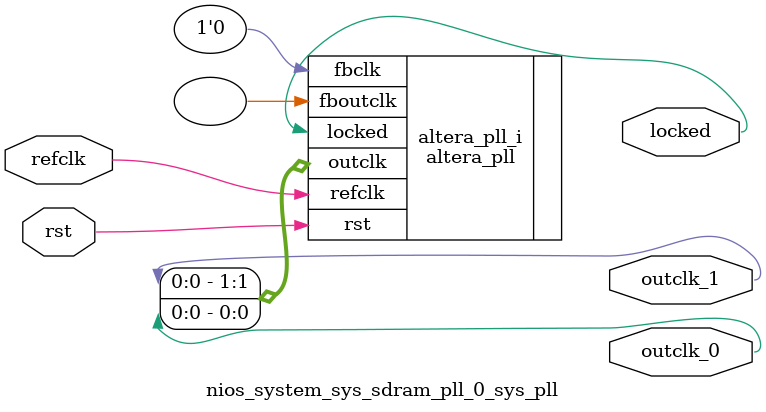
<source format=v>
`timescale 1ns/10ps
module  nios_system_sys_sdram_pll_0_sys_pll(

	// interface 'refclk'
	input wire refclk,

	// interface 'reset'
	input wire rst,

	// interface 'outclk0'
	output wire outclk_0,

	// interface 'outclk1'
	output wire outclk_1,

	// interface 'locked'
	output wire locked
);

	altera_pll #(
		.fractional_vco_multiplier("false"),
		.reference_clock_frequency("50.0 MHz"),
		.operation_mode("direct"),
		.number_of_clocks(2),
		.output_clock_frequency0("50.000000 MHz"),
		.phase_shift0("0 ps"),
		.duty_cycle0(50),
		.output_clock_frequency1("50.000000 MHz"),
		.phase_shift1("-3000 ps"),
		.duty_cycle1(50),
		.output_clock_frequency2("0 MHz"),
		.phase_shift2("0 ps"),
		.duty_cycle2(50),
		.output_clock_frequency3("0 MHz"),
		.phase_shift3("0 ps"),
		.duty_cycle3(50),
		.output_clock_frequency4("0 MHz"),
		.phase_shift4("0 ps"),
		.duty_cycle4(50),
		.output_clock_frequency5("0 MHz"),
		.phase_shift5("0 ps"),
		.duty_cycle5(50),
		.output_clock_frequency6("0 MHz"),
		.phase_shift6("0 ps"),
		.duty_cycle6(50),
		.output_clock_frequency7("0 MHz"),
		.phase_shift7("0 ps"),
		.duty_cycle7(50),
		.output_clock_frequency8("0 MHz"),
		.phase_shift8("0 ps"),
		.duty_cycle8(50),
		.output_clock_frequency9("0 MHz"),
		.phase_shift9("0 ps"),
		.duty_cycle9(50),
		.output_clock_frequency10("0 MHz"),
		.phase_shift10("0 ps"),
		.duty_cycle10(50),
		.output_clock_frequency11("0 MHz"),
		.phase_shift11("0 ps"),
		.duty_cycle11(50),
		.output_clock_frequency12("0 MHz"),
		.phase_shift12("0 ps"),
		.duty_cycle12(50),
		.output_clock_frequency13("0 MHz"),
		.phase_shift13("0 ps"),
		.duty_cycle13(50),
		.output_clock_frequency14("0 MHz"),
		.phase_shift14("0 ps"),
		.duty_cycle14(50),
		.output_clock_frequency15("0 MHz"),
		.phase_shift15("0 ps"),
		.duty_cycle15(50),
		.output_clock_frequency16("0 MHz"),
		.phase_shift16("0 ps"),
		.duty_cycle16(50),
		.output_clock_frequency17("0 MHz"),
		.phase_shift17("0 ps"),
		.duty_cycle17(50),
		.pll_type("General"),
		.pll_subtype("General")
	) altera_pll_i (
		.rst	(rst),
		.outclk	({outclk_1, outclk_0}),
		.locked	(locked),
		.fboutclk	( ),
		.fbclk	(1'b0),
		.refclk	(refclk)
	);
endmodule


</source>
